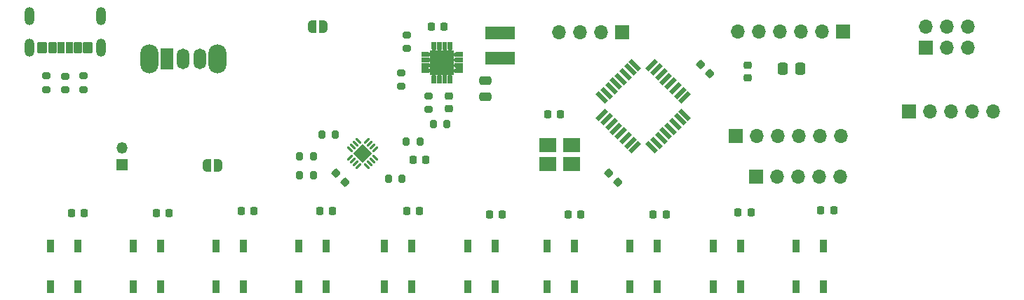
<source format=gbr>
%TF.GenerationSoftware,KiCad,Pcbnew,7.0.10*%
%TF.CreationDate,2024-11-03T00:15:00-07:00*%
%TF.ProjectId,winston-pomodoro-timer,77696e73-746f-46e2-9d70-6f6d6f646f72,rev?*%
%TF.SameCoordinates,Original*%
%TF.FileFunction,Soldermask,Top*%
%TF.FilePolarity,Negative*%
%FSLAX46Y46*%
G04 Gerber Fmt 4.6, Leading zero omitted, Abs format (unit mm)*
G04 Created by KiCad (PCBNEW 7.0.10) date 2024-11-03 00:15:00*
%MOMM*%
%LPD*%
G01*
G04 APERTURE LIST*
G04 Aperture macros list*
%AMRoundRect*
0 Rectangle with rounded corners*
0 $1 Rounding radius*
0 $2 $3 $4 $5 $6 $7 $8 $9 X,Y pos of 4 corners*
0 Add a 4 corners polygon primitive as box body*
4,1,4,$2,$3,$4,$5,$6,$7,$8,$9,$2,$3,0*
0 Add four circle primitives for the rounded corners*
1,1,$1+$1,$2,$3*
1,1,$1+$1,$4,$5*
1,1,$1+$1,$6,$7*
1,1,$1+$1,$8,$9*
0 Add four rect primitives between the rounded corners*
20,1,$1+$1,$2,$3,$4,$5,0*
20,1,$1+$1,$4,$5,$6,$7,0*
20,1,$1+$1,$6,$7,$8,$9,0*
20,1,$1+$1,$8,$9,$2,$3,0*%
%AMRotRect*
0 Rectangle, with rotation*
0 The origin of the aperture is its center*
0 $1 length*
0 $2 width*
0 $3 Rotation angle, in degrees counterclockwise*
0 Add horizontal line*
21,1,$1,$2,0,0,$3*%
%AMFreePoly0*
4,1,19,0.000000,0.744911,0.071157,0.744911,0.207708,0.704816,0.327430,0.627875,0.420627,0.520320,0.479746,0.390866,0.500000,0.250000,0.500000,-0.250000,0.479746,-0.390866,0.420627,-0.520320,0.327430,-0.627875,0.207708,-0.704816,0.071157,-0.744911,0.000000,-0.744911,0.000000,-0.750000,-0.500000,-0.750000,-0.500000,0.750000,0.000000,0.750000,0.000000,0.744911,0.000000,0.744911,
$1*%
%AMFreePoly1*
4,1,19,0.500000,-0.750000,0.000000,-0.750000,0.000000,-0.744911,-0.071157,-0.744911,-0.207708,-0.704816,-0.327430,-0.627875,-0.420627,-0.520320,-0.479746,-0.390866,-0.500000,-0.250000,-0.500000,0.250000,-0.479746,0.390866,-0.420627,0.520320,-0.327430,0.627875,-0.207708,0.704816,-0.071157,0.744911,0.000000,0.744911,0.000000,0.750000,0.500000,0.750000,0.500000,-0.750000,0.500000,-0.750000,
$1*%
G04 Aperture macros list end*
%ADD10C,0.010000*%
%ADD11RoundRect,0.225000X0.225000X0.250000X-0.225000X0.250000X-0.225000X-0.250000X0.225000X-0.250000X0*%
%ADD12RoundRect,0.200000X0.200000X0.275000X-0.200000X0.275000X-0.200000X-0.275000X0.200000X-0.275000X0*%
%ADD13R,1.700000X1.700000*%
%ADD14O,1.700000X1.700000*%
%ADD15RotRect,1.600000X0.550000X45.000000*%
%ADD16RotRect,1.600000X0.550000X135.000000*%
%ADD17R,0.900000X1.500000*%
%ADD18RoundRect,0.200000X-0.275000X0.200000X-0.275000X-0.200000X0.275000X-0.200000X0.275000X0.200000X0*%
%ADD19R,3.600000X1.500000*%
%ADD20FreePoly0,0.000000*%
%ADD21FreePoly1,0.000000*%
%ADD22O,2.200000X3.500000*%
%ADD23R,1.500000X2.500000*%
%ADD24O,1.500000X2.500000*%
%ADD25RoundRect,0.200000X-0.200000X-0.275000X0.200000X-0.275000X0.200000X0.275000X-0.200000X0.275000X0*%
%ADD26RoundRect,0.225000X-0.335876X-0.017678X-0.017678X-0.335876X0.335876X0.017678X0.017678X0.335876X0*%
%ADD27R,1.350000X1.350000*%
%ADD28O,1.350000X1.350000*%
%ADD29RoundRect,0.225000X-0.225000X-0.250000X0.225000X-0.250000X0.225000X0.250000X-0.225000X0.250000X0*%
%ADD30R,2.100000X1.800000*%
%ADD31RoundRect,0.200000X0.275000X-0.200000X0.275000X0.200000X-0.275000X0.200000X-0.275000X-0.200000X0*%
%ADD32RoundRect,0.250000X-0.475000X0.250000X-0.475000X-0.250000X0.475000X-0.250000X0.475000X0.250000X0*%
%ADD33RoundRect,0.225000X0.335876X0.017678X0.017678X0.335876X-0.335876X-0.017678X-0.017678X-0.335876X0*%
%ADD34RoundRect,0.250000X-0.337500X-0.475000X0.337500X-0.475000X0.337500X0.475000X-0.337500X0.475000X0*%
%ADD35RoundRect,0.225000X0.250000X-0.225000X0.250000X0.225000X-0.250000X0.225000X-0.250000X-0.225000X0*%
%ADD36RoundRect,0.225000X-0.250000X0.225000X-0.250000X-0.225000X0.250000X-0.225000X0.250000X0.225000X0*%
%ADD37RoundRect,0.062500X0.309359X-0.220971X-0.220971X0.309359X-0.309359X0.220971X0.220971X-0.309359X0*%
%ADD38RoundRect,0.062500X0.309359X0.220971X0.220971X0.309359X-0.309359X-0.220971X-0.220971X-0.309359X0*%
%ADD39RotRect,1.600000X1.600000X135.000000*%
%ADD40RoundRect,0.102000X0.350000X0.575000X-0.350000X0.575000X-0.350000X-0.575000X0.350000X-0.575000X0*%
%ADD41RoundRect,0.102000X0.400000X0.575000X-0.400000X0.575000X-0.400000X-0.575000X0.400000X-0.575000X0*%
%ADD42RoundRect,0.102000X0.450000X0.575000X-0.450000X0.575000X-0.450000X-0.575000X0.450000X-0.575000X0*%
%ADD43O,1.204000X2.204000*%
G04 APERTURE END LIST*
%TO.C,U3*%
D10*
X170870000Y-70519998D02*
X168030000Y-70519998D01*
X168030000Y-67679998D01*
X170870000Y-67679998D01*
X170870000Y-70519998D01*
G36*
X170870000Y-70519998D02*
G01*
X168030000Y-70519998D01*
X168030000Y-67679998D01*
X170870000Y-67679998D01*
X170870000Y-70519998D01*
G37*
X171920000Y-70319998D02*
X171175000Y-70319998D01*
X171162000Y-70319998D01*
X171149000Y-70318998D01*
X171137000Y-70316998D01*
X171124000Y-70314998D01*
X171112000Y-70311998D01*
X171099000Y-70307998D01*
X171087000Y-70303998D01*
X171075000Y-70298998D01*
X171064000Y-70292998D01*
X171053000Y-70286998D01*
X171042000Y-70279998D01*
X171031000Y-70272998D01*
X171021000Y-70264998D01*
X171011000Y-70256998D01*
X171002000Y-70247998D01*
X170993000Y-70238998D01*
X170985000Y-70228998D01*
X170977000Y-70218998D01*
X170970000Y-70207998D01*
X170963000Y-70196998D01*
X170957000Y-70185998D01*
X170951000Y-70174998D01*
X170946000Y-70162998D01*
X170942000Y-70150998D01*
X170938000Y-70137998D01*
X170935000Y-70125998D01*
X170933000Y-70112998D01*
X170931000Y-70100998D01*
X170930000Y-70087998D01*
X170930000Y-70074998D01*
X170930000Y-70061998D01*
X170931000Y-70048998D01*
X170933000Y-70036998D01*
X170935000Y-70023998D01*
X170938000Y-70011998D01*
X170942000Y-69998998D01*
X170946000Y-69986998D01*
X170951000Y-69974998D01*
X170957000Y-69963998D01*
X170963000Y-69952998D01*
X170970000Y-69941998D01*
X170977000Y-69930998D01*
X170985000Y-69920998D01*
X170993000Y-69910998D01*
X171002000Y-69901998D01*
X171011000Y-69892998D01*
X171021000Y-69884998D01*
X171031000Y-69876998D01*
X171042000Y-69869998D01*
X171053000Y-69862998D01*
X171064000Y-69856998D01*
X171075000Y-69850998D01*
X171087000Y-69845998D01*
X171099000Y-69841998D01*
X171112000Y-69837998D01*
X171124000Y-69834998D01*
X171137000Y-69832998D01*
X171149000Y-69830998D01*
X171162000Y-69829998D01*
X171175000Y-69829998D01*
X171920000Y-69829998D01*
X171920000Y-70319998D01*
G36*
X171920000Y-70319998D02*
G01*
X171175000Y-70319998D01*
X171162000Y-70319998D01*
X171149000Y-70318998D01*
X171137000Y-70316998D01*
X171124000Y-70314998D01*
X171112000Y-70311998D01*
X171099000Y-70307998D01*
X171087000Y-70303998D01*
X171075000Y-70298998D01*
X171064000Y-70292998D01*
X171053000Y-70286998D01*
X171042000Y-70279998D01*
X171031000Y-70272998D01*
X171021000Y-70264998D01*
X171011000Y-70256998D01*
X171002000Y-70247998D01*
X170993000Y-70238998D01*
X170985000Y-70228998D01*
X170977000Y-70218998D01*
X170970000Y-70207998D01*
X170963000Y-70196998D01*
X170957000Y-70185998D01*
X170951000Y-70174998D01*
X170946000Y-70162998D01*
X170942000Y-70150998D01*
X170938000Y-70137998D01*
X170935000Y-70125998D01*
X170933000Y-70112998D01*
X170931000Y-70100998D01*
X170930000Y-70087998D01*
X170930000Y-70074998D01*
X170930000Y-70061998D01*
X170931000Y-70048998D01*
X170933000Y-70036998D01*
X170935000Y-70023998D01*
X170938000Y-70011998D01*
X170942000Y-69998998D01*
X170946000Y-69986998D01*
X170951000Y-69974998D01*
X170957000Y-69963998D01*
X170963000Y-69952998D01*
X170970000Y-69941998D01*
X170977000Y-69930998D01*
X170985000Y-69920998D01*
X170993000Y-69910998D01*
X171002000Y-69901998D01*
X171011000Y-69892998D01*
X171021000Y-69884998D01*
X171031000Y-69876998D01*
X171042000Y-69869998D01*
X171053000Y-69862998D01*
X171064000Y-69856998D01*
X171075000Y-69850998D01*
X171087000Y-69845998D01*
X171099000Y-69841998D01*
X171112000Y-69837998D01*
X171124000Y-69834998D01*
X171137000Y-69832998D01*
X171149000Y-69830998D01*
X171162000Y-69829998D01*
X171175000Y-69829998D01*
X171920000Y-69829998D01*
X171920000Y-70319998D01*
G37*
X171920000Y-69669998D02*
X171175000Y-69669998D01*
X171162000Y-69669998D01*
X171149000Y-69668998D01*
X171137000Y-69666998D01*
X171124000Y-69664998D01*
X171112000Y-69661998D01*
X171099000Y-69657998D01*
X171087000Y-69653998D01*
X171075000Y-69648998D01*
X171064000Y-69642998D01*
X171053000Y-69636998D01*
X171042000Y-69629998D01*
X171031000Y-69622998D01*
X171021000Y-69614998D01*
X171011000Y-69606998D01*
X171002000Y-69597998D01*
X170993000Y-69588998D01*
X170985000Y-69578998D01*
X170977000Y-69568998D01*
X170970000Y-69557998D01*
X170963000Y-69546998D01*
X170957000Y-69535998D01*
X170951000Y-69524998D01*
X170946000Y-69512998D01*
X170942000Y-69500998D01*
X170938000Y-69487998D01*
X170935000Y-69475998D01*
X170933000Y-69462998D01*
X170931000Y-69450998D01*
X170930000Y-69437998D01*
X170930000Y-69424998D01*
X170930000Y-69411998D01*
X170931000Y-69398998D01*
X170933000Y-69386998D01*
X170935000Y-69373998D01*
X170938000Y-69361998D01*
X170942000Y-69348998D01*
X170946000Y-69336998D01*
X170951000Y-69324998D01*
X170957000Y-69313998D01*
X170963000Y-69302998D01*
X170970000Y-69291998D01*
X170977000Y-69280998D01*
X170985000Y-69270998D01*
X170993000Y-69260998D01*
X171002000Y-69251998D01*
X171011000Y-69242998D01*
X171021000Y-69234998D01*
X171031000Y-69226998D01*
X171042000Y-69219998D01*
X171053000Y-69212998D01*
X171064000Y-69206998D01*
X171075000Y-69200998D01*
X171087000Y-69195998D01*
X171099000Y-69191998D01*
X171112000Y-69187998D01*
X171124000Y-69184998D01*
X171137000Y-69182998D01*
X171149000Y-69180998D01*
X171162000Y-69179998D01*
X171175000Y-69179998D01*
X171920000Y-69179998D01*
X171920000Y-69669998D01*
G36*
X171920000Y-69669998D02*
G01*
X171175000Y-69669998D01*
X171162000Y-69669998D01*
X171149000Y-69668998D01*
X171137000Y-69666998D01*
X171124000Y-69664998D01*
X171112000Y-69661998D01*
X171099000Y-69657998D01*
X171087000Y-69653998D01*
X171075000Y-69648998D01*
X171064000Y-69642998D01*
X171053000Y-69636998D01*
X171042000Y-69629998D01*
X171031000Y-69622998D01*
X171021000Y-69614998D01*
X171011000Y-69606998D01*
X171002000Y-69597998D01*
X170993000Y-69588998D01*
X170985000Y-69578998D01*
X170977000Y-69568998D01*
X170970000Y-69557998D01*
X170963000Y-69546998D01*
X170957000Y-69535998D01*
X170951000Y-69524998D01*
X170946000Y-69512998D01*
X170942000Y-69500998D01*
X170938000Y-69487998D01*
X170935000Y-69475998D01*
X170933000Y-69462998D01*
X170931000Y-69450998D01*
X170930000Y-69437998D01*
X170930000Y-69424998D01*
X170930000Y-69411998D01*
X170931000Y-69398998D01*
X170933000Y-69386998D01*
X170935000Y-69373998D01*
X170938000Y-69361998D01*
X170942000Y-69348998D01*
X170946000Y-69336998D01*
X170951000Y-69324998D01*
X170957000Y-69313998D01*
X170963000Y-69302998D01*
X170970000Y-69291998D01*
X170977000Y-69280998D01*
X170985000Y-69270998D01*
X170993000Y-69260998D01*
X171002000Y-69251998D01*
X171011000Y-69242998D01*
X171021000Y-69234998D01*
X171031000Y-69226998D01*
X171042000Y-69219998D01*
X171053000Y-69212998D01*
X171064000Y-69206998D01*
X171075000Y-69200998D01*
X171087000Y-69195998D01*
X171099000Y-69191998D01*
X171112000Y-69187998D01*
X171124000Y-69184998D01*
X171137000Y-69182998D01*
X171149000Y-69180998D01*
X171162000Y-69179998D01*
X171175000Y-69179998D01*
X171920000Y-69179998D01*
X171920000Y-69669998D01*
G37*
X171920000Y-69019998D02*
X171175000Y-69019998D01*
X171162000Y-69019998D01*
X171149000Y-69018998D01*
X171137000Y-69016998D01*
X171124000Y-69014998D01*
X171112000Y-69011998D01*
X171099000Y-69007998D01*
X171087000Y-69003998D01*
X171075000Y-68998998D01*
X171064000Y-68992998D01*
X171053000Y-68986998D01*
X171042000Y-68979998D01*
X171031000Y-68972998D01*
X171021000Y-68964998D01*
X171011000Y-68956998D01*
X171002000Y-68947998D01*
X170993000Y-68938998D01*
X170985000Y-68928998D01*
X170977000Y-68918998D01*
X170970000Y-68907998D01*
X170963000Y-68896998D01*
X170957000Y-68885998D01*
X170951000Y-68874998D01*
X170946000Y-68862998D01*
X170942000Y-68850998D01*
X170938000Y-68837998D01*
X170935000Y-68825998D01*
X170933000Y-68812998D01*
X170931000Y-68800998D01*
X170930000Y-68787998D01*
X170930000Y-68774998D01*
X170930000Y-68761998D01*
X170931000Y-68748998D01*
X170933000Y-68736998D01*
X170935000Y-68723998D01*
X170938000Y-68711998D01*
X170942000Y-68698998D01*
X170946000Y-68686998D01*
X170951000Y-68674998D01*
X170957000Y-68663998D01*
X170963000Y-68652998D01*
X170970000Y-68641998D01*
X170977000Y-68630998D01*
X170985000Y-68620998D01*
X170993000Y-68610998D01*
X171002000Y-68601998D01*
X171011000Y-68592998D01*
X171021000Y-68584998D01*
X171031000Y-68576998D01*
X171042000Y-68569998D01*
X171053000Y-68562998D01*
X171064000Y-68556998D01*
X171075000Y-68550998D01*
X171087000Y-68545998D01*
X171099000Y-68541998D01*
X171112000Y-68537998D01*
X171124000Y-68534998D01*
X171137000Y-68532998D01*
X171149000Y-68530998D01*
X171162000Y-68529998D01*
X171175000Y-68529998D01*
X171920000Y-68529998D01*
X171920000Y-69019998D01*
G36*
X171920000Y-69019998D02*
G01*
X171175000Y-69019998D01*
X171162000Y-69019998D01*
X171149000Y-69018998D01*
X171137000Y-69016998D01*
X171124000Y-69014998D01*
X171112000Y-69011998D01*
X171099000Y-69007998D01*
X171087000Y-69003998D01*
X171075000Y-68998998D01*
X171064000Y-68992998D01*
X171053000Y-68986998D01*
X171042000Y-68979998D01*
X171031000Y-68972998D01*
X171021000Y-68964998D01*
X171011000Y-68956998D01*
X171002000Y-68947998D01*
X170993000Y-68938998D01*
X170985000Y-68928998D01*
X170977000Y-68918998D01*
X170970000Y-68907998D01*
X170963000Y-68896998D01*
X170957000Y-68885998D01*
X170951000Y-68874998D01*
X170946000Y-68862998D01*
X170942000Y-68850998D01*
X170938000Y-68837998D01*
X170935000Y-68825998D01*
X170933000Y-68812998D01*
X170931000Y-68800998D01*
X170930000Y-68787998D01*
X170930000Y-68774998D01*
X170930000Y-68761998D01*
X170931000Y-68748998D01*
X170933000Y-68736998D01*
X170935000Y-68723998D01*
X170938000Y-68711998D01*
X170942000Y-68698998D01*
X170946000Y-68686998D01*
X170951000Y-68674998D01*
X170957000Y-68663998D01*
X170963000Y-68652998D01*
X170970000Y-68641998D01*
X170977000Y-68630998D01*
X170985000Y-68620998D01*
X170993000Y-68610998D01*
X171002000Y-68601998D01*
X171011000Y-68592998D01*
X171021000Y-68584998D01*
X171031000Y-68576998D01*
X171042000Y-68569998D01*
X171053000Y-68562998D01*
X171064000Y-68556998D01*
X171075000Y-68550998D01*
X171087000Y-68545998D01*
X171099000Y-68541998D01*
X171112000Y-68537998D01*
X171124000Y-68534998D01*
X171137000Y-68532998D01*
X171149000Y-68530998D01*
X171162000Y-68529998D01*
X171175000Y-68529998D01*
X171920000Y-68529998D01*
X171920000Y-69019998D01*
G37*
X171920000Y-68369998D02*
X171175000Y-68369998D01*
X171162000Y-68369998D01*
X171149000Y-68368998D01*
X171137000Y-68366998D01*
X171124000Y-68364998D01*
X171112000Y-68361998D01*
X171099000Y-68357998D01*
X171087000Y-68353998D01*
X171075000Y-68348998D01*
X171064000Y-68342998D01*
X171053000Y-68336998D01*
X171042000Y-68329998D01*
X171031000Y-68322998D01*
X171021000Y-68314998D01*
X171011000Y-68306998D01*
X171002000Y-68297998D01*
X170993000Y-68288998D01*
X170985000Y-68278998D01*
X170977000Y-68268998D01*
X170970000Y-68257998D01*
X170963000Y-68246998D01*
X170957000Y-68235998D01*
X170951000Y-68224998D01*
X170946000Y-68212998D01*
X170942000Y-68200998D01*
X170938000Y-68187998D01*
X170935000Y-68175998D01*
X170933000Y-68162998D01*
X170931000Y-68150998D01*
X170930000Y-68137998D01*
X170930000Y-68124998D01*
X170930000Y-68111998D01*
X170931000Y-68098998D01*
X170933000Y-68086998D01*
X170935000Y-68073998D01*
X170938000Y-68061998D01*
X170942000Y-68048998D01*
X170946000Y-68036998D01*
X170951000Y-68024998D01*
X170957000Y-68013998D01*
X170963000Y-68002998D01*
X170970000Y-67991998D01*
X170977000Y-67980998D01*
X170985000Y-67970998D01*
X170993000Y-67960998D01*
X171002000Y-67951998D01*
X171011000Y-67942998D01*
X171021000Y-67934998D01*
X171031000Y-67926998D01*
X171042000Y-67919998D01*
X171053000Y-67912998D01*
X171064000Y-67906998D01*
X171075000Y-67900998D01*
X171087000Y-67895998D01*
X171099000Y-67891998D01*
X171112000Y-67887998D01*
X171124000Y-67884998D01*
X171137000Y-67882998D01*
X171149000Y-67880998D01*
X171162000Y-67879998D01*
X171175000Y-67879998D01*
X171920000Y-67879998D01*
X171920000Y-68369998D01*
G36*
X171920000Y-68369998D02*
G01*
X171175000Y-68369998D01*
X171162000Y-68369998D01*
X171149000Y-68368998D01*
X171137000Y-68366998D01*
X171124000Y-68364998D01*
X171112000Y-68361998D01*
X171099000Y-68357998D01*
X171087000Y-68353998D01*
X171075000Y-68348998D01*
X171064000Y-68342998D01*
X171053000Y-68336998D01*
X171042000Y-68329998D01*
X171031000Y-68322998D01*
X171021000Y-68314998D01*
X171011000Y-68306998D01*
X171002000Y-68297998D01*
X170993000Y-68288998D01*
X170985000Y-68278998D01*
X170977000Y-68268998D01*
X170970000Y-68257998D01*
X170963000Y-68246998D01*
X170957000Y-68235998D01*
X170951000Y-68224998D01*
X170946000Y-68212998D01*
X170942000Y-68200998D01*
X170938000Y-68187998D01*
X170935000Y-68175998D01*
X170933000Y-68162998D01*
X170931000Y-68150998D01*
X170930000Y-68137998D01*
X170930000Y-68124998D01*
X170930000Y-68111998D01*
X170931000Y-68098998D01*
X170933000Y-68086998D01*
X170935000Y-68073998D01*
X170938000Y-68061998D01*
X170942000Y-68048998D01*
X170946000Y-68036998D01*
X170951000Y-68024998D01*
X170957000Y-68013998D01*
X170963000Y-68002998D01*
X170970000Y-67991998D01*
X170977000Y-67980998D01*
X170985000Y-67970998D01*
X170993000Y-67960998D01*
X171002000Y-67951998D01*
X171011000Y-67942998D01*
X171021000Y-67934998D01*
X171031000Y-67926998D01*
X171042000Y-67919998D01*
X171053000Y-67912998D01*
X171064000Y-67906998D01*
X171075000Y-67900998D01*
X171087000Y-67895998D01*
X171099000Y-67891998D01*
X171112000Y-67887998D01*
X171124000Y-67884998D01*
X171137000Y-67882998D01*
X171149000Y-67880998D01*
X171162000Y-67879998D01*
X171175000Y-67879998D01*
X171920000Y-67879998D01*
X171920000Y-68369998D01*
G37*
X170670000Y-67374998D02*
X170670000Y-67387998D01*
X170669000Y-67400998D01*
X170667000Y-67412998D01*
X170665000Y-67425998D01*
X170662000Y-67437998D01*
X170658000Y-67450998D01*
X170654000Y-67462998D01*
X170649000Y-67474998D01*
X170643000Y-67485998D01*
X170637000Y-67496998D01*
X170630000Y-67507998D01*
X170623000Y-67518998D01*
X170615000Y-67528998D01*
X170607000Y-67538998D01*
X170598000Y-67547998D01*
X170589000Y-67556998D01*
X170579000Y-67564998D01*
X170569000Y-67572998D01*
X170558000Y-67579998D01*
X170547000Y-67586998D01*
X170536000Y-67592998D01*
X170525000Y-67598998D01*
X170513000Y-67603998D01*
X170501000Y-67607998D01*
X170488000Y-67611998D01*
X170476000Y-67614998D01*
X170463000Y-67616998D01*
X170451000Y-67618998D01*
X170438000Y-67619998D01*
X170425000Y-67619998D01*
X170412000Y-67619998D01*
X170399000Y-67618998D01*
X170387000Y-67616998D01*
X170374000Y-67614998D01*
X170362000Y-67611998D01*
X170349000Y-67607998D01*
X170337000Y-67603998D01*
X170325000Y-67598998D01*
X170314000Y-67592998D01*
X170303000Y-67586998D01*
X170292000Y-67579998D01*
X170281000Y-67572998D01*
X170271000Y-67564998D01*
X170261000Y-67556998D01*
X170252000Y-67547998D01*
X170243000Y-67538998D01*
X170235000Y-67528998D01*
X170227000Y-67518998D01*
X170220000Y-67507998D01*
X170213000Y-67496998D01*
X170207000Y-67485998D01*
X170201000Y-67474998D01*
X170196000Y-67462998D01*
X170192000Y-67450998D01*
X170188000Y-67437998D01*
X170185000Y-67425998D01*
X170183000Y-67412998D01*
X170181000Y-67400998D01*
X170180000Y-67387998D01*
X170180000Y-67374998D01*
X170180000Y-66629998D01*
X170670000Y-66629998D01*
X170670000Y-67374998D01*
G36*
X170670000Y-67374998D02*
G01*
X170670000Y-67387998D01*
X170669000Y-67400998D01*
X170667000Y-67412998D01*
X170665000Y-67425998D01*
X170662000Y-67437998D01*
X170658000Y-67450998D01*
X170654000Y-67462998D01*
X170649000Y-67474998D01*
X170643000Y-67485998D01*
X170637000Y-67496998D01*
X170630000Y-67507998D01*
X170623000Y-67518998D01*
X170615000Y-67528998D01*
X170607000Y-67538998D01*
X170598000Y-67547998D01*
X170589000Y-67556998D01*
X170579000Y-67564998D01*
X170569000Y-67572998D01*
X170558000Y-67579998D01*
X170547000Y-67586998D01*
X170536000Y-67592998D01*
X170525000Y-67598998D01*
X170513000Y-67603998D01*
X170501000Y-67607998D01*
X170488000Y-67611998D01*
X170476000Y-67614998D01*
X170463000Y-67616998D01*
X170451000Y-67618998D01*
X170438000Y-67619998D01*
X170425000Y-67619998D01*
X170412000Y-67619998D01*
X170399000Y-67618998D01*
X170387000Y-67616998D01*
X170374000Y-67614998D01*
X170362000Y-67611998D01*
X170349000Y-67607998D01*
X170337000Y-67603998D01*
X170325000Y-67598998D01*
X170314000Y-67592998D01*
X170303000Y-67586998D01*
X170292000Y-67579998D01*
X170281000Y-67572998D01*
X170271000Y-67564998D01*
X170261000Y-67556998D01*
X170252000Y-67547998D01*
X170243000Y-67538998D01*
X170235000Y-67528998D01*
X170227000Y-67518998D01*
X170220000Y-67507998D01*
X170213000Y-67496998D01*
X170207000Y-67485998D01*
X170201000Y-67474998D01*
X170196000Y-67462998D01*
X170192000Y-67450998D01*
X170188000Y-67437998D01*
X170185000Y-67425998D01*
X170183000Y-67412998D01*
X170181000Y-67400998D01*
X170180000Y-67387998D01*
X170180000Y-67374998D01*
X170180000Y-66629998D01*
X170670000Y-66629998D01*
X170670000Y-67374998D01*
G37*
X170439000Y-70580998D02*
X170453000Y-70582998D01*
X170466000Y-70584998D01*
X170479000Y-70587998D01*
X170492000Y-70591998D01*
X170505000Y-70596998D01*
X170517000Y-70601998D01*
X170530000Y-70607998D01*
X170541000Y-70613998D01*
X170553000Y-70620998D01*
X170564000Y-70628998D01*
X170575000Y-70636998D01*
X170585000Y-70645998D01*
X170595000Y-70654998D01*
X170604000Y-70664998D01*
X170613000Y-70674998D01*
X170621000Y-70685998D01*
X170629000Y-70696998D01*
X170636000Y-70708998D01*
X170642000Y-70719998D01*
X170648000Y-70732998D01*
X170653000Y-70744998D01*
X170658000Y-70757998D01*
X170662000Y-70770998D01*
X170665000Y-70783998D01*
X170667000Y-70796998D01*
X170669000Y-70810998D01*
X170670000Y-70824998D01*
X170670000Y-71569998D01*
X170180000Y-71569998D01*
X170180000Y-70824998D01*
X170180000Y-70812998D01*
X170180000Y-70799998D01*
X170181000Y-70787998D01*
X170183000Y-70775998D01*
X170185000Y-70763998D01*
X170188000Y-70751998D01*
X170191000Y-70740998D01*
X170195000Y-70728998D01*
X170200000Y-70717998D01*
X170205000Y-70706998D01*
X170211000Y-70695998D01*
X170217000Y-70685998D01*
X170224000Y-70675998D01*
X170232000Y-70665998D01*
X170239000Y-70656998D01*
X170248000Y-70647998D01*
X170257000Y-70638998D01*
X170266000Y-70631998D01*
X170276000Y-70623998D01*
X170286000Y-70616998D01*
X170296000Y-70610998D01*
X170307000Y-70604998D01*
X170318000Y-70599998D01*
X170329000Y-70594998D01*
X170341000Y-70590998D01*
X170352000Y-70587998D01*
X170364000Y-70584998D01*
X170376000Y-70582998D01*
X170388000Y-70580998D01*
X170400000Y-70579998D01*
X170412000Y-70579998D01*
X170426000Y-70579998D01*
X170439000Y-70580998D01*
G36*
X170439000Y-70580998D02*
G01*
X170453000Y-70582998D01*
X170466000Y-70584998D01*
X170479000Y-70587998D01*
X170492000Y-70591998D01*
X170505000Y-70596998D01*
X170517000Y-70601998D01*
X170530000Y-70607998D01*
X170541000Y-70613998D01*
X170553000Y-70620998D01*
X170564000Y-70628998D01*
X170575000Y-70636998D01*
X170585000Y-70645998D01*
X170595000Y-70654998D01*
X170604000Y-70664998D01*
X170613000Y-70674998D01*
X170621000Y-70685998D01*
X170629000Y-70696998D01*
X170636000Y-70708998D01*
X170642000Y-70719998D01*
X170648000Y-70732998D01*
X170653000Y-70744998D01*
X170658000Y-70757998D01*
X170662000Y-70770998D01*
X170665000Y-70783998D01*
X170667000Y-70796998D01*
X170669000Y-70810998D01*
X170670000Y-70824998D01*
X170670000Y-71569998D01*
X170180000Y-71569998D01*
X170180000Y-70824998D01*
X170180000Y-70812998D01*
X170180000Y-70799998D01*
X170181000Y-70787998D01*
X170183000Y-70775998D01*
X170185000Y-70763998D01*
X170188000Y-70751998D01*
X170191000Y-70740998D01*
X170195000Y-70728998D01*
X170200000Y-70717998D01*
X170205000Y-70706998D01*
X170211000Y-70695998D01*
X170217000Y-70685998D01*
X170224000Y-70675998D01*
X170232000Y-70665998D01*
X170239000Y-70656998D01*
X170248000Y-70647998D01*
X170257000Y-70638998D01*
X170266000Y-70631998D01*
X170276000Y-70623998D01*
X170286000Y-70616998D01*
X170296000Y-70610998D01*
X170307000Y-70604998D01*
X170318000Y-70599998D01*
X170329000Y-70594998D01*
X170341000Y-70590998D01*
X170352000Y-70587998D01*
X170364000Y-70584998D01*
X170376000Y-70582998D01*
X170388000Y-70580998D01*
X170400000Y-70579998D01*
X170412000Y-70579998D01*
X170426000Y-70579998D01*
X170439000Y-70580998D01*
G37*
X170020000Y-67374998D02*
X170020000Y-67387998D01*
X170019000Y-67400998D01*
X170017000Y-67412998D01*
X170015000Y-67425998D01*
X170012000Y-67437998D01*
X170008000Y-67450998D01*
X170004000Y-67462998D01*
X169999000Y-67474998D01*
X169993000Y-67485998D01*
X169987000Y-67496998D01*
X169980000Y-67507998D01*
X169973000Y-67518998D01*
X169965000Y-67528998D01*
X169957000Y-67538998D01*
X169948000Y-67547998D01*
X169939000Y-67556998D01*
X169929000Y-67564998D01*
X169919000Y-67572998D01*
X169908000Y-67579998D01*
X169897000Y-67586998D01*
X169886000Y-67592998D01*
X169875000Y-67598998D01*
X169863000Y-67603998D01*
X169851000Y-67607998D01*
X169838000Y-67611998D01*
X169826000Y-67614998D01*
X169813000Y-67616998D01*
X169801000Y-67618998D01*
X169788000Y-67619998D01*
X169775000Y-67619998D01*
X169762000Y-67619998D01*
X169749000Y-67618998D01*
X169737000Y-67616998D01*
X169724000Y-67614998D01*
X169712000Y-67611998D01*
X169699000Y-67607998D01*
X169687000Y-67603998D01*
X169675000Y-67598998D01*
X169664000Y-67592998D01*
X169653000Y-67586998D01*
X169642000Y-67579998D01*
X169631000Y-67572998D01*
X169621000Y-67564998D01*
X169611000Y-67556998D01*
X169602000Y-67547998D01*
X169593000Y-67538998D01*
X169585000Y-67528998D01*
X169577000Y-67518998D01*
X169570000Y-67507998D01*
X169563000Y-67496998D01*
X169557000Y-67485998D01*
X169551000Y-67474998D01*
X169546000Y-67462998D01*
X169542000Y-67450998D01*
X169538000Y-67437998D01*
X169535000Y-67425998D01*
X169533000Y-67412998D01*
X169531000Y-67400998D01*
X169530000Y-67387998D01*
X169530000Y-67374998D01*
X169530000Y-66629998D01*
X170020000Y-66629998D01*
X170020000Y-67374998D01*
G36*
X170020000Y-67374998D02*
G01*
X170020000Y-67387998D01*
X170019000Y-67400998D01*
X170017000Y-67412998D01*
X170015000Y-67425998D01*
X170012000Y-67437998D01*
X170008000Y-67450998D01*
X170004000Y-67462998D01*
X169999000Y-67474998D01*
X169993000Y-67485998D01*
X169987000Y-67496998D01*
X169980000Y-67507998D01*
X169973000Y-67518998D01*
X169965000Y-67528998D01*
X169957000Y-67538998D01*
X169948000Y-67547998D01*
X169939000Y-67556998D01*
X169929000Y-67564998D01*
X169919000Y-67572998D01*
X169908000Y-67579998D01*
X169897000Y-67586998D01*
X169886000Y-67592998D01*
X169875000Y-67598998D01*
X169863000Y-67603998D01*
X169851000Y-67607998D01*
X169838000Y-67611998D01*
X169826000Y-67614998D01*
X169813000Y-67616998D01*
X169801000Y-67618998D01*
X169788000Y-67619998D01*
X169775000Y-67619998D01*
X169762000Y-67619998D01*
X169749000Y-67618998D01*
X169737000Y-67616998D01*
X169724000Y-67614998D01*
X169712000Y-67611998D01*
X169699000Y-67607998D01*
X169687000Y-67603998D01*
X169675000Y-67598998D01*
X169664000Y-67592998D01*
X169653000Y-67586998D01*
X169642000Y-67579998D01*
X169631000Y-67572998D01*
X169621000Y-67564998D01*
X169611000Y-67556998D01*
X169602000Y-67547998D01*
X169593000Y-67538998D01*
X169585000Y-67528998D01*
X169577000Y-67518998D01*
X169570000Y-67507998D01*
X169563000Y-67496998D01*
X169557000Y-67485998D01*
X169551000Y-67474998D01*
X169546000Y-67462998D01*
X169542000Y-67450998D01*
X169538000Y-67437998D01*
X169535000Y-67425998D01*
X169533000Y-67412998D01*
X169531000Y-67400998D01*
X169530000Y-67387998D01*
X169530000Y-67374998D01*
X169530000Y-66629998D01*
X170020000Y-66629998D01*
X170020000Y-67374998D01*
G37*
X169789000Y-70580998D02*
X169803000Y-70582998D01*
X169816000Y-70584998D01*
X169829000Y-70587998D01*
X169842000Y-70591998D01*
X169855000Y-70596998D01*
X169867000Y-70601998D01*
X169880000Y-70607998D01*
X169891000Y-70613998D01*
X169903000Y-70620998D01*
X169914000Y-70628998D01*
X169925000Y-70636998D01*
X169935000Y-70645998D01*
X169945000Y-70654998D01*
X169954000Y-70664998D01*
X169963000Y-70674998D01*
X169971000Y-70685998D01*
X169979000Y-70696998D01*
X169986000Y-70708998D01*
X169992000Y-70719998D01*
X169998000Y-70732998D01*
X170003000Y-70744998D01*
X170008000Y-70757998D01*
X170012000Y-70770998D01*
X170015000Y-70783998D01*
X170017000Y-70796998D01*
X170019000Y-70810998D01*
X170020000Y-70824998D01*
X170020000Y-71569998D01*
X169530000Y-71569998D01*
X169530000Y-70824998D01*
X169530000Y-70812998D01*
X169530000Y-70799998D01*
X169531000Y-70787998D01*
X169533000Y-70775998D01*
X169535000Y-70763998D01*
X169538000Y-70751998D01*
X169541000Y-70740998D01*
X169545000Y-70728998D01*
X169550000Y-70717998D01*
X169555000Y-70706998D01*
X169561000Y-70695998D01*
X169567000Y-70685998D01*
X169574000Y-70675998D01*
X169582000Y-70665998D01*
X169589000Y-70656998D01*
X169598000Y-70647998D01*
X169607000Y-70638998D01*
X169616000Y-70631998D01*
X169626000Y-70623998D01*
X169636000Y-70616998D01*
X169646000Y-70610998D01*
X169657000Y-70604998D01*
X169668000Y-70599998D01*
X169679000Y-70594998D01*
X169691000Y-70590998D01*
X169702000Y-70587998D01*
X169714000Y-70584998D01*
X169726000Y-70582998D01*
X169738000Y-70580998D01*
X169750000Y-70579998D01*
X169762000Y-70579998D01*
X169776000Y-70579998D01*
X169789000Y-70580998D01*
G36*
X169789000Y-70580998D02*
G01*
X169803000Y-70582998D01*
X169816000Y-70584998D01*
X169829000Y-70587998D01*
X169842000Y-70591998D01*
X169855000Y-70596998D01*
X169867000Y-70601998D01*
X169880000Y-70607998D01*
X169891000Y-70613998D01*
X169903000Y-70620998D01*
X169914000Y-70628998D01*
X169925000Y-70636998D01*
X169935000Y-70645998D01*
X169945000Y-70654998D01*
X169954000Y-70664998D01*
X169963000Y-70674998D01*
X169971000Y-70685998D01*
X169979000Y-70696998D01*
X169986000Y-70708998D01*
X169992000Y-70719998D01*
X169998000Y-70732998D01*
X170003000Y-70744998D01*
X170008000Y-70757998D01*
X170012000Y-70770998D01*
X170015000Y-70783998D01*
X170017000Y-70796998D01*
X170019000Y-70810998D01*
X170020000Y-70824998D01*
X170020000Y-71569998D01*
X169530000Y-71569998D01*
X169530000Y-70824998D01*
X169530000Y-70812998D01*
X169530000Y-70799998D01*
X169531000Y-70787998D01*
X169533000Y-70775998D01*
X169535000Y-70763998D01*
X169538000Y-70751998D01*
X169541000Y-70740998D01*
X169545000Y-70728998D01*
X169550000Y-70717998D01*
X169555000Y-70706998D01*
X169561000Y-70695998D01*
X169567000Y-70685998D01*
X169574000Y-70675998D01*
X169582000Y-70665998D01*
X169589000Y-70656998D01*
X169598000Y-70647998D01*
X169607000Y-70638998D01*
X169616000Y-70631998D01*
X169626000Y-70623998D01*
X169636000Y-70616998D01*
X169646000Y-70610998D01*
X169657000Y-70604998D01*
X169668000Y-70599998D01*
X169679000Y-70594998D01*
X169691000Y-70590998D01*
X169702000Y-70587998D01*
X169714000Y-70584998D01*
X169726000Y-70582998D01*
X169738000Y-70580998D01*
X169750000Y-70579998D01*
X169762000Y-70579998D01*
X169776000Y-70579998D01*
X169789000Y-70580998D01*
G37*
X169370000Y-67374998D02*
X169370000Y-67387998D01*
X169369000Y-67400998D01*
X169367000Y-67412998D01*
X169365000Y-67425998D01*
X169362000Y-67437998D01*
X169358000Y-67450998D01*
X169354000Y-67462998D01*
X169349000Y-67474998D01*
X169343000Y-67485998D01*
X169337000Y-67496998D01*
X169330000Y-67507998D01*
X169323000Y-67518998D01*
X169315000Y-67528998D01*
X169307000Y-67538998D01*
X169298000Y-67547998D01*
X169289000Y-67556998D01*
X169279000Y-67564998D01*
X169269000Y-67572998D01*
X169258000Y-67579998D01*
X169247000Y-67586998D01*
X169236000Y-67592998D01*
X169225000Y-67598998D01*
X169213000Y-67603998D01*
X169201000Y-67607998D01*
X169188000Y-67611998D01*
X169176000Y-67614998D01*
X169163000Y-67616998D01*
X169151000Y-67618998D01*
X169138000Y-67619998D01*
X169125000Y-67619998D01*
X169112000Y-67619998D01*
X169099000Y-67618998D01*
X169087000Y-67616998D01*
X169074000Y-67614998D01*
X169062000Y-67611998D01*
X169049000Y-67607998D01*
X169037000Y-67603998D01*
X169025000Y-67598998D01*
X169014000Y-67592998D01*
X169002000Y-67586998D01*
X168992000Y-67579998D01*
X168981000Y-67572998D01*
X168971000Y-67564998D01*
X168961000Y-67556998D01*
X168952000Y-67547998D01*
X168943000Y-67538998D01*
X168935000Y-67528998D01*
X168927000Y-67518998D01*
X168920000Y-67507998D01*
X168913000Y-67496998D01*
X168907000Y-67485998D01*
X168901000Y-67474998D01*
X168896000Y-67462998D01*
X168892000Y-67450998D01*
X168888000Y-67437998D01*
X168885000Y-67425998D01*
X168883000Y-67412998D01*
X168881000Y-67400998D01*
X168880000Y-67387998D01*
X168880000Y-67374998D01*
X168880000Y-66629998D01*
X169370000Y-66629998D01*
X169370000Y-67374998D01*
G36*
X169370000Y-67374998D02*
G01*
X169370000Y-67387998D01*
X169369000Y-67400998D01*
X169367000Y-67412998D01*
X169365000Y-67425998D01*
X169362000Y-67437998D01*
X169358000Y-67450998D01*
X169354000Y-67462998D01*
X169349000Y-67474998D01*
X169343000Y-67485998D01*
X169337000Y-67496998D01*
X169330000Y-67507998D01*
X169323000Y-67518998D01*
X169315000Y-67528998D01*
X169307000Y-67538998D01*
X169298000Y-67547998D01*
X169289000Y-67556998D01*
X169279000Y-67564998D01*
X169269000Y-67572998D01*
X169258000Y-67579998D01*
X169247000Y-67586998D01*
X169236000Y-67592998D01*
X169225000Y-67598998D01*
X169213000Y-67603998D01*
X169201000Y-67607998D01*
X169188000Y-67611998D01*
X169176000Y-67614998D01*
X169163000Y-67616998D01*
X169151000Y-67618998D01*
X169138000Y-67619998D01*
X169125000Y-67619998D01*
X169112000Y-67619998D01*
X169099000Y-67618998D01*
X169087000Y-67616998D01*
X169074000Y-67614998D01*
X169062000Y-67611998D01*
X169049000Y-67607998D01*
X169037000Y-67603998D01*
X169025000Y-67598998D01*
X169014000Y-67592998D01*
X169002000Y-67586998D01*
X168992000Y-67579998D01*
X168981000Y-67572998D01*
X168971000Y-67564998D01*
X168961000Y-67556998D01*
X168952000Y-67547998D01*
X168943000Y-67538998D01*
X168935000Y-67528998D01*
X168927000Y-67518998D01*
X168920000Y-67507998D01*
X168913000Y-67496998D01*
X168907000Y-67485998D01*
X168901000Y-67474998D01*
X168896000Y-67462998D01*
X168892000Y-67450998D01*
X168888000Y-67437998D01*
X168885000Y-67425998D01*
X168883000Y-67412998D01*
X168881000Y-67400998D01*
X168880000Y-67387998D01*
X168880000Y-67374998D01*
X168880000Y-66629998D01*
X169370000Y-66629998D01*
X169370000Y-67374998D01*
G37*
X169139000Y-70580998D02*
X169153000Y-70582998D01*
X169166000Y-70584998D01*
X169179000Y-70587998D01*
X169192000Y-70591998D01*
X169205000Y-70596998D01*
X169217000Y-70601998D01*
X169230000Y-70607998D01*
X169241000Y-70613998D01*
X169253000Y-70620998D01*
X169264000Y-70628998D01*
X169275000Y-70636998D01*
X169285000Y-70645998D01*
X169295000Y-70654998D01*
X169304000Y-70664998D01*
X169313000Y-70674998D01*
X169321000Y-70685998D01*
X169329000Y-70696998D01*
X169336000Y-70708998D01*
X169342000Y-70719998D01*
X169348000Y-70732998D01*
X169353000Y-70744998D01*
X169358000Y-70757998D01*
X169362000Y-70770998D01*
X169365000Y-70783998D01*
X169367000Y-70796998D01*
X169369000Y-70810998D01*
X169370000Y-70824998D01*
X169370000Y-71569998D01*
X168880000Y-71569998D01*
X168880000Y-70824998D01*
X168880000Y-70812998D01*
X168880000Y-70799998D01*
X168881000Y-70787998D01*
X168883000Y-70775998D01*
X168885000Y-70763998D01*
X168888000Y-70751998D01*
X168891000Y-70740998D01*
X168895000Y-70728998D01*
X168900000Y-70717998D01*
X168905000Y-70706998D01*
X168911000Y-70695998D01*
X168917000Y-70685998D01*
X168924000Y-70675998D01*
X168932000Y-70665998D01*
X168939000Y-70656998D01*
X168948000Y-70647998D01*
X168957000Y-70638998D01*
X168966000Y-70631998D01*
X168976000Y-70623998D01*
X168986000Y-70616998D01*
X168996000Y-70610998D01*
X169007000Y-70604998D01*
X169018000Y-70599998D01*
X169029000Y-70594998D01*
X169041000Y-70590998D01*
X169052000Y-70587998D01*
X169064000Y-70584998D01*
X169076000Y-70582998D01*
X169088000Y-70580998D01*
X169100000Y-70579998D01*
X169112000Y-70579998D01*
X169126000Y-70579998D01*
X169139000Y-70580998D01*
G36*
X169139000Y-70580998D02*
G01*
X169153000Y-70582998D01*
X169166000Y-70584998D01*
X169179000Y-70587998D01*
X169192000Y-70591998D01*
X169205000Y-70596998D01*
X169217000Y-70601998D01*
X169230000Y-70607998D01*
X169241000Y-70613998D01*
X169253000Y-70620998D01*
X169264000Y-70628998D01*
X169275000Y-70636998D01*
X169285000Y-70645998D01*
X169295000Y-70654998D01*
X169304000Y-70664998D01*
X169313000Y-70674998D01*
X169321000Y-70685998D01*
X169329000Y-70696998D01*
X169336000Y-70708998D01*
X169342000Y-70719998D01*
X169348000Y-70732998D01*
X169353000Y-70744998D01*
X169358000Y-70757998D01*
X169362000Y-70770998D01*
X169365000Y-70783998D01*
X169367000Y-70796998D01*
X169369000Y-70810998D01*
X169370000Y-70824998D01*
X169370000Y-71569998D01*
X168880000Y-71569998D01*
X168880000Y-70824998D01*
X168880000Y-70812998D01*
X168880000Y-70799998D01*
X168881000Y-70787998D01*
X168883000Y-70775998D01*
X168885000Y-70763998D01*
X168888000Y-70751998D01*
X168891000Y-70740998D01*
X168895000Y-70728998D01*
X168900000Y-70717998D01*
X168905000Y-70706998D01*
X168911000Y-70695998D01*
X168917000Y-70685998D01*
X168924000Y-70675998D01*
X168932000Y-70665998D01*
X168939000Y-70656998D01*
X168948000Y-70647998D01*
X168957000Y-70638998D01*
X168966000Y-70631998D01*
X168976000Y-70623998D01*
X168986000Y-70616998D01*
X168996000Y-70610998D01*
X169007000Y-70604998D01*
X169018000Y-70599998D01*
X169029000Y-70594998D01*
X169041000Y-70590998D01*
X169052000Y-70587998D01*
X169064000Y-70584998D01*
X169076000Y-70582998D01*
X169088000Y-70580998D01*
X169100000Y-70579998D01*
X169112000Y-70579998D01*
X169126000Y-70579998D01*
X169139000Y-70580998D01*
G37*
X168720000Y-67374998D02*
X168720000Y-67387998D01*
X168719000Y-67400998D01*
X168717000Y-67412998D01*
X168715000Y-67425998D01*
X168712000Y-67437998D01*
X168708000Y-67450998D01*
X168704000Y-67462998D01*
X168699000Y-67474998D01*
X168693000Y-67485998D01*
X168687000Y-67496998D01*
X168680000Y-67507998D01*
X168673000Y-67518998D01*
X168665000Y-67528998D01*
X168657000Y-67538998D01*
X168648000Y-67547998D01*
X168639000Y-67556998D01*
X168629000Y-67564998D01*
X168619000Y-67572998D01*
X168608000Y-67579998D01*
X168597000Y-67586998D01*
X168586000Y-67592998D01*
X168575000Y-67598998D01*
X168563000Y-67603998D01*
X168551000Y-67607998D01*
X168538000Y-67611998D01*
X168526000Y-67614998D01*
X168513000Y-67616998D01*
X168501000Y-67618998D01*
X168488000Y-67619998D01*
X168475000Y-67619998D01*
X168462000Y-67619998D01*
X168449000Y-67618998D01*
X168437000Y-67616998D01*
X168424000Y-67614998D01*
X168412000Y-67611998D01*
X168399000Y-67607998D01*
X168387000Y-67603998D01*
X168375000Y-67598998D01*
X168364000Y-67592998D01*
X168353000Y-67586998D01*
X168342000Y-67579998D01*
X168331000Y-67572998D01*
X168321000Y-67564998D01*
X168311000Y-67556998D01*
X168302000Y-67547998D01*
X168293000Y-67538998D01*
X168285000Y-67528998D01*
X168277000Y-67518998D01*
X168270000Y-67507998D01*
X168263000Y-67496998D01*
X168257000Y-67485998D01*
X168251000Y-67474998D01*
X168246000Y-67462998D01*
X168242000Y-67450998D01*
X168238000Y-67437998D01*
X168235000Y-67425998D01*
X168233000Y-67412998D01*
X168231000Y-67400998D01*
X168230000Y-67387998D01*
X168230000Y-67374998D01*
X168230000Y-66629998D01*
X168720000Y-66629998D01*
X168720000Y-67374998D01*
G36*
X168720000Y-67374998D02*
G01*
X168720000Y-67387998D01*
X168719000Y-67400998D01*
X168717000Y-67412998D01*
X168715000Y-67425998D01*
X168712000Y-67437998D01*
X168708000Y-67450998D01*
X168704000Y-67462998D01*
X168699000Y-67474998D01*
X168693000Y-67485998D01*
X168687000Y-67496998D01*
X168680000Y-67507998D01*
X168673000Y-67518998D01*
X168665000Y-67528998D01*
X168657000Y-67538998D01*
X168648000Y-67547998D01*
X168639000Y-67556998D01*
X168629000Y-67564998D01*
X168619000Y-67572998D01*
X168608000Y-67579998D01*
X168597000Y-67586998D01*
X168586000Y-67592998D01*
X168575000Y-67598998D01*
X168563000Y-67603998D01*
X168551000Y-67607998D01*
X168538000Y-67611998D01*
X168526000Y-67614998D01*
X168513000Y-67616998D01*
X168501000Y-67618998D01*
X168488000Y-67619998D01*
X168475000Y-67619998D01*
X168462000Y-67619998D01*
X168449000Y-67618998D01*
X168437000Y-67616998D01*
X168424000Y-67614998D01*
X168412000Y-67611998D01*
X168399000Y-67607998D01*
X168387000Y-67603998D01*
X168375000Y-67598998D01*
X168364000Y-67592998D01*
X168353000Y-67586998D01*
X168342000Y-67579998D01*
X168331000Y-67572998D01*
X168321000Y-67564998D01*
X168311000Y-67556998D01*
X168302000Y-67547998D01*
X168293000Y-67538998D01*
X168285000Y-67528998D01*
X168277000Y-67518998D01*
X168270000Y-67507998D01*
X168263000Y-67496998D01*
X168257000Y-67485998D01*
X168251000Y-67474998D01*
X168246000Y-67462998D01*
X168242000Y-67450998D01*
X168238000Y-67437998D01*
X168235000Y-67425998D01*
X168233000Y-67412998D01*
X168231000Y-67400998D01*
X168230000Y-67387998D01*
X168230000Y-67374998D01*
X168230000Y-66629998D01*
X168720000Y-66629998D01*
X168720000Y-67374998D01*
G37*
X168489000Y-70580998D02*
X168503000Y-70582998D01*
X168516000Y-70584998D01*
X168529000Y-70587998D01*
X168542000Y-70591998D01*
X168555000Y-70596998D01*
X168567000Y-70601998D01*
X168580000Y-70607998D01*
X168591000Y-70613998D01*
X168603000Y-70620998D01*
X168614000Y-70628998D01*
X168625000Y-70636998D01*
X168635000Y-70645998D01*
X168645000Y-70654998D01*
X168654000Y-70664998D01*
X168663000Y-70674998D01*
X168671000Y-70685998D01*
X168679000Y-70696998D01*
X168686000Y-70708998D01*
X168692000Y-70719998D01*
X168698000Y-70732998D01*
X168703000Y-70744998D01*
X168708000Y-70757998D01*
X168712000Y-70770998D01*
X168715000Y-70783998D01*
X168717000Y-70796998D01*
X168719000Y-70810998D01*
X168720000Y-70824998D01*
X168720000Y-71569998D01*
X168230000Y-71569998D01*
X168230000Y-70824998D01*
X168230000Y-70812998D01*
X168230000Y-70799998D01*
X168231000Y-70787998D01*
X168233000Y-70775998D01*
X168235000Y-70763998D01*
X168238000Y-70751998D01*
X168241000Y-70740998D01*
X168245000Y-70728998D01*
X168250000Y-70717998D01*
X168255000Y-70706998D01*
X168261000Y-70695998D01*
X168267000Y-70685998D01*
X168274000Y-70675998D01*
X168282000Y-70665998D01*
X168289000Y-70656998D01*
X168298000Y-70647998D01*
X168307000Y-70638998D01*
X168316000Y-70631998D01*
X168326000Y-70623998D01*
X168336000Y-70616998D01*
X168346000Y-70610998D01*
X168357000Y-70604998D01*
X168368000Y-70599998D01*
X168379000Y-70594998D01*
X168391000Y-70590998D01*
X168402000Y-70587998D01*
X168414000Y-70584998D01*
X168426000Y-70582998D01*
X168438000Y-70580998D01*
X168450000Y-70579998D01*
X168462000Y-70579998D01*
X168476000Y-70579998D01*
X168489000Y-70580998D01*
G36*
X168489000Y-70580998D02*
G01*
X168503000Y-70582998D01*
X168516000Y-70584998D01*
X168529000Y-70587998D01*
X168542000Y-70591998D01*
X168555000Y-70596998D01*
X168567000Y-70601998D01*
X168580000Y-70607998D01*
X168591000Y-70613998D01*
X168603000Y-70620998D01*
X168614000Y-70628998D01*
X168625000Y-70636998D01*
X168635000Y-70645998D01*
X168645000Y-70654998D01*
X168654000Y-70664998D01*
X168663000Y-70674998D01*
X168671000Y-70685998D01*
X168679000Y-70696998D01*
X168686000Y-70708998D01*
X168692000Y-70719998D01*
X168698000Y-70732998D01*
X168703000Y-70744998D01*
X168708000Y-70757998D01*
X168712000Y-70770998D01*
X168715000Y-70783998D01*
X168717000Y-70796998D01*
X168719000Y-70810998D01*
X168720000Y-70824998D01*
X168720000Y-71569998D01*
X168230000Y-71569998D01*
X168230000Y-70824998D01*
X168230000Y-70812998D01*
X168230000Y-70799998D01*
X168231000Y-70787998D01*
X168233000Y-70775998D01*
X168235000Y-70763998D01*
X168238000Y-70751998D01*
X168241000Y-70740998D01*
X168245000Y-70728998D01*
X168250000Y-70717998D01*
X168255000Y-70706998D01*
X168261000Y-70695998D01*
X168267000Y-70685998D01*
X168274000Y-70675998D01*
X168282000Y-70665998D01*
X168289000Y-70656998D01*
X168298000Y-70647998D01*
X168307000Y-70638998D01*
X168316000Y-70631998D01*
X168326000Y-70623998D01*
X168336000Y-70616998D01*
X168346000Y-70610998D01*
X168357000Y-70604998D01*
X168368000Y-70599998D01*
X168379000Y-70594998D01*
X168391000Y-70590998D01*
X168402000Y-70587998D01*
X168414000Y-70584998D01*
X168426000Y-70582998D01*
X168438000Y-70580998D01*
X168450000Y-70579998D01*
X168462000Y-70579998D01*
X168476000Y-70579998D01*
X168489000Y-70580998D01*
G37*
X167751000Y-69830998D02*
X167763000Y-69832998D01*
X167776000Y-69834998D01*
X167788000Y-69837998D01*
X167801000Y-69841998D01*
X167813000Y-69845998D01*
X167825000Y-69850998D01*
X167836000Y-69856998D01*
X167847000Y-69862998D01*
X167858000Y-69869998D01*
X167869000Y-69876998D01*
X167879000Y-69884998D01*
X167889000Y-69892998D01*
X167898000Y-69901998D01*
X167907000Y-69910998D01*
X167915000Y-69920998D01*
X167923000Y-69930998D01*
X167930000Y-69941998D01*
X167937000Y-69952998D01*
X167943000Y-69963998D01*
X167949000Y-69974998D01*
X167954000Y-69986998D01*
X167958000Y-69998998D01*
X167962000Y-70011998D01*
X167965000Y-70023998D01*
X167967000Y-70036998D01*
X167969000Y-70048998D01*
X167970000Y-70061998D01*
X167970000Y-70074998D01*
X167970000Y-70087998D01*
X167969000Y-70100998D01*
X167967000Y-70112998D01*
X167965000Y-70125998D01*
X167962000Y-70137998D01*
X167958000Y-70150998D01*
X167954000Y-70162998D01*
X167949000Y-70174998D01*
X167943000Y-70185998D01*
X167937000Y-70196998D01*
X167930000Y-70207998D01*
X167923000Y-70218998D01*
X167915000Y-70228998D01*
X167907000Y-70238998D01*
X167898000Y-70247998D01*
X167889000Y-70256998D01*
X167879000Y-70264998D01*
X167869000Y-70272998D01*
X167858000Y-70279998D01*
X167847000Y-70286998D01*
X167836000Y-70292998D01*
X167825000Y-70298998D01*
X167813000Y-70303998D01*
X167801000Y-70307998D01*
X167788000Y-70311998D01*
X167776000Y-70314998D01*
X167763000Y-70316998D01*
X167751000Y-70318998D01*
X167738000Y-70319998D01*
X167725000Y-70319998D01*
X166980000Y-70319998D01*
X166980000Y-69829998D01*
X167725000Y-69829998D01*
X167738000Y-69829998D01*
X167751000Y-69830998D01*
G36*
X167751000Y-69830998D02*
G01*
X167763000Y-69832998D01*
X167776000Y-69834998D01*
X167788000Y-69837998D01*
X167801000Y-69841998D01*
X167813000Y-69845998D01*
X167825000Y-69850998D01*
X167836000Y-69856998D01*
X167847000Y-69862998D01*
X167858000Y-69869998D01*
X167869000Y-69876998D01*
X167879000Y-69884998D01*
X167889000Y-69892998D01*
X167898000Y-69901998D01*
X167907000Y-69910998D01*
X167915000Y-69920998D01*
X167923000Y-69930998D01*
X167930000Y-69941998D01*
X167937000Y-69952998D01*
X167943000Y-69963998D01*
X167949000Y-69974998D01*
X167954000Y-69986998D01*
X167958000Y-69998998D01*
X167962000Y-70011998D01*
X167965000Y-70023998D01*
X167967000Y-70036998D01*
X167969000Y-70048998D01*
X167970000Y-70061998D01*
X167970000Y-70074998D01*
X167970000Y-70087998D01*
X167969000Y-70100998D01*
X167967000Y-70112998D01*
X167965000Y-70125998D01*
X167962000Y-70137998D01*
X167958000Y-70150998D01*
X167954000Y-70162998D01*
X167949000Y-70174998D01*
X167943000Y-70185998D01*
X167937000Y-70196998D01*
X167930000Y-70207998D01*
X167923000Y-70218998D01*
X167915000Y-70228998D01*
X167907000Y-70238998D01*
X167898000Y-70247998D01*
X167889000Y-70256998D01*
X167879000Y-70264998D01*
X167869000Y-70272998D01*
X167858000Y-70279998D01*
X167847000Y-70286998D01*
X167836000Y-70292998D01*
X167825000Y-70298998D01*
X167813000Y-70303998D01*
X167801000Y-70307998D01*
X167788000Y-70311998D01*
X167776000Y-70314998D01*
X167763000Y-70316998D01*
X167751000Y-70318998D01*
X167738000Y-70319998D01*
X167725000Y-70319998D01*
X166980000Y-70319998D01*
X166980000Y-69829998D01*
X167725000Y-69829998D01*
X167738000Y-69829998D01*
X167751000Y-69830998D01*
G37*
X167751000Y-69180998D02*
X167763000Y-69182998D01*
X167776000Y-69184998D01*
X167788000Y-69187998D01*
X167801000Y-69191998D01*
X167813000Y-69195998D01*
X167825000Y-69200998D01*
X167836000Y-69206998D01*
X167847000Y-69212998D01*
X167858000Y-69219998D01*
X167869000Y-69226998D01*
X167879000Y-69234998D01*
X167889000Y-69242998D01*
X167898000Y-69251998D01*
X167907000Y-69260998D01*
X167915000Y-69270998D01*
X167923000Y-69280998D01*
X167930000Y-69291998D01*
X167937000Y-69302998D01*
X167943000Y-69313998D01*
X167949000Y-69324998D01*
X167954000Y-69336998D01*
X167958000Y-69348998D01*
X167962000Y-69361998D01*
X167965000Y-69373998D01*
X167967000Y-69386998D01*
X167969000Y-69398998D01*
X167970000Y-69411998D01*
X167970000Y-69424998D01*
X167970000Y-69437998D01*
X167969000Y-69450998D01*
X167967000Y-69462998D01*
X167965000Y-69475998D01*
X167962000Y-69487998D01*
X167958000Y-69500998D01*
X167954000Y-69512998D01*
X167949000Y-69524998D01*
X167943000Y-69535998D01*
X167937000Y-69546998D01*
X167930000Y-69557998D01*
X167923000Y-69568998D01*
X167915000Y-69578998D01*
X167907000Y-69588998D01*
X167898000Y-69597998D01*
X167889000Y-69606998D01*
X167879000Y-69614998D01*
X167869000Y-69622998D01*
X167858000Y-69629998D01*
X167847000Y-69636998D01*
X167836000Y-69642998D01*
X167825000Y-69648998D01*
X167813000Y-69653998D01*
X167801000Y-69657998D01*
X167788000Y-69661998D01*
X167776000Y-69664998D01*
X167763000Y-69666998D01*
X167751000Y-69668998D01*
X167738000Y-69669998D01*
X167725000Y-69669998D01*
X166980000Y-69669998D01*
X166980000Y-69179998D01*
X167725000Y-69179998D01*
X167738000Y-69179998D01*
X167751000Y-69180998D01*
G36*
X167751000Y-69180998D02*
G01*
X167763000Y-69182998D01*
X167776000Y-69184998D01*
X167788000Y-69187998D01*
X167801000Y-69191998D01*
X167813000Y-69195998D01*
X167825000Y-69200998D01*
X167836000Y-69206998D01*
X167847000Y-69212998D01*
X167858000Y-69219998D01*
X167869000Y-69226998D01*
X167879000Y-69234998D01*
X167889000Y-69242998D01*
X167898000Y-69251998D01*
X167907000Y-69260998D01*
X167915000Y-69270998D01*
X167923000Y-69280998D01*
X167930000Y-69291998D01*
X167937000Y-69302998D01*
X167943000Y-69313998D01*
X167949000Y-69324998D01*
X167954000Y-69336998D01*
X167958000Y-69348998D01*
X167962000Y-69361998D01*
X167965000Y-69373998D01*
X167967000Y-69386998D01*
X167969000Y-69398998D01*
X167970000Y-69411998D01*
X167970000Y-69424998D01*
X167970000Y-69437998D01*
X167969000Y-69450998D01*
X167967000Y-69462998D01*
X167965000Y-69475998D01*
X167962000Y-69487998D01*
X167958000Y-69500998D01*
X167954000Y-69512998D01*
X167949000Y-69524998D01*
X167943000Y-69535998D01*
X167937000Y-69546998D01*
X167930000Y-69557998D01*
X167923000Y-69568998D01*
X167915000Y-69578998D01*
X167907000Y-69588998D01*
X167898000Y-69597998D01*
X167889000Y-69606998D01*
X167879000Y-69614998D01*
X167869000Y-69622998D01*
X167858000Y-69629998D01*
X167847000Y-69636998D01*
X167836000Y-69642998D01*
X167825000Y-69648998D01*
X167813000Y-69653998D01*
X167801000Y-69657998D01*
X167788000Y-69661998D01*
X167776000Y-69664998D01*
X167763000Y-69666998D01*
X167751000Y-69668998D01*
X167738000Y-69669998D01*
X167725000Y-69669998D01*
X166980000Y-69669998D01*
X166980000Y-69179998D01*
X167725000Y-69179998D01*
X167738000Y-69179998D01*
X167751000Y-69180998D01*
G37*
X167751000Y-68530998D02*
X167763000Y-68532998D01*
X167776000Y-68534998D01*
X167788000Y-68537998D01*
X167801000Y-68541998D01*
X167813000Y-68545998D01*
X167825000Y-68550998D01*
X167836000Y-68556998D01*
X167847000Y-68562998D01*
X167858000Y-68569998D01*
X167869000Y-68576998D01*
X167879000Y-68584998D01*
X167889000Y-68592998D01*
X167898000Y-68601998D01*
X167907000Y-68610998D01*
X167915000Y-68620998D01*
X167923000Y-68630998D01*
X167930000Y-68641998D01*
X167937000Y-68652998D01*
X167943000Y-68663998D01*
X167949000Y-68674998D01*
X167954000Y-68686998D01*
X167958000Y-68698998D01*
X167962000Y-68711998D01*
X167965000Y-68723998D01*
X167967000Y-68736998D01*
X167969000Y-68748998D01*
X167970000Y-68761998D01*
X167970000Y-68774998D01*
X167970000Y-68787998D01*
X167969000Y-68800998D01*
X167967000Y-68812998D01*
X167965000Y-68825998D01*
X167962000Y-68837998D01*
X167958000Y-68850998D01*
X167954000Y-68862998D01*
X167949000Y-68874998D01*
X167943000Y-68885998D01*
X167937000Y-68896998D01*
X167930000Y-68907998D01*
X167923000Y-68918998D01*
X167915000Y-68928998D01*
X167907000Y-68938998D01*
X167898000Y-68947998D01*
X167889000Y-68956998D01*
X167879000Y-68964998D01*
X167869000Y-68972998D01*
X167858000Y-68979998D01*
X167847000Y-68986998D01*
X167836000Y-68992998D01*
X167825000Y-68998998D01*
X167813000Y-69003998D01*
X167801000Y-69007998D01*
X167788000Y-69011998D01*
X167776000Y-69014998D01*
X167763000Y-69016998D01*
X167751000Y-69018998D01*
X167738000Y-69019998D01*
X167725000Y-69019998D01*
X166980000Y-69019998D01*
X166980000Y-68529998D01*
X167725000Y-68529998D01*
X167738000Y-68529998D01*
X167751000Y-68530998D01*
G36*
X167751000Y-68530998D02*
G01*
X167763000Y-68532998D01*
X167776000Y-68534998D01*
X167788000Y-68537998D01*
X167801000Y-68541998D01*
X167813000Y-68545998D01*
X167825000Y-68550998D01*
X167836000Y-68556998D01*
X167847000Y-68562998D01*
X167858000Y-68569998D01*
X167869000Y-68576998D01*
X167879000Y-68584998D01*
X167889000Y-68592998D01*
X167898000Y-68601998D01*
X167907000Y-68610998D01*
X167915000Y-68620998D01*
X167923000Y-68630998D01*
X167930000Y-68641998D01*
X167937000Y-68652998D01*
X167943000Y-68663998D01*
X167949000Y-68674998D01*
X167954000Y-68686998D01*
X167958000Y-68698998D01*
X167962000Y-68711998D01*
X167965000Y-68723998D01*
X167967000Y-68736998D01*
X167969000Y-68748998D01*
X167970000Y-68761998D01*
X167970000Y-68774998D01*
X167970000Y-68787998D01*
X167969000Y-68800998D01*
X167967000Y-68812998D01*
X167965000Y-68825998D01*
X167962000Y-68837998D01*
X167958000Y-68850998D01*
X167954000Y-68862998D01*
X167949000Y-68874998D01*
X167943000Y-68885998D01*
X167937000Y-68896998D01*
X167930000Y-68907998D01*
X167923000Y-68918998D01*
X167915000Y-68928998D01*
X167907000Y-68938998D01*
X167898000Y-68947998D01*
X167889000Y-68956998D01*
X167879000Y-68964998D01*
X167869000Y-68972998D01*
X167858000Y-68979998D01*
X167847000Y-68986998D01*
X167836000Y-68992998D01*
X167825000Y-68998998D01*
X167813000Y-69003998D01*
X167801000Y-69007998D01*
X167788000Y-69011998D01*
X167776000Y-69014998D01*
X167763000Y-69016998D01*
X167751000Y-69018998D01*
X167738000Y-69019998D01*
X167725000Y-69019998D01*
X166980000Y-69019998D01*
X166980000Y-68529998D01*
X167725000Y-68529998D01*
X167738000Y-68529998D01*
X167751000Y-68530998D01*
G37*
X167751000Y-67880998D02*
X167763000Y-67882998D01*
X167776000Y-67884998D01*
X167788000Y-67887998D01*
X167801000Y-67891998D01*
X167813000Y-67895998D01*
X167825000Y-67900998D01*
X167836000Y-67906998D01*
X167847000Y-67912998D01*
X167858000Y-67919998D01*
X167869000Y-67926998D01*
X167879000Y-67934998D01*
X167889000Y-67942998D01*
X167898000Y-67951998D01*
X167907000Y-67960998D01*
X167915000Y-67970998D01*
X167923000Y-67980998D01*
X167930000Y-67991998D01*
X167937000Y-68002998D01*
X167943000Y-68013998D01*
X167949000Y-68024998D01*
X167954000Y-68036998D01*
X167958000Y-68048998D01*
X167962000Y-68061998D01*
X167965000Y-68073998D01*
X167967000Y-68086998D01*
X167969000Y-68098998D01*
X167970000Y-68111998D01*
X167970000Y-68124998D01*
X167970000Y-68137998D01*
X167969000Y-68150998D01*
X167967000Y-68162998D01*
X167965000Y-68175998D01*
X167962000Y-68187998D01*
X167958000Y-68200998D01*
X167954000Y-68212998D01*
X167949000Y-68224998D01*
X167943000Y-68235998D01*
X167937000Y-68246998D01*
X167930000Y-68257998D01*
X167923000Y-68268998D01*
X167915000Y-68278998D01*
X167907000Y-68288998D01*
X167898000Y-68297998D01*
X167889000Y-68306998D01*
X167879000Y-68314998D01*
X167869000Y-68322998D01*
X167858000Y-68329998D01*
X167847000Y-68336998D01*
X167836000Y-68342998D01*
X167825000Y-68348998D01*
X167813000Y-68353998D01*
X167801000Y-68357998D01*
X167788000Y-68361998D01*
X167776000Y-68364998D01*
X167763000Y-68366998D01*
X167751000Y-68368998D01*
X167738000Y-68369998D01*
X167725000Y-68369998D01*
X166980000Y-68369998D01*
X166980000Y-67879998D01*
X167725000Y-67879998D01*
X167738000Y-67879998D01*
X167751000Y-67880998D01*
G36*
X167751000Y-67880998D02*
G01*
X167763000Y-67882998D01*
X167776000Y-67884998D01*
X167788000Y-67887998D01*
X167801000Y-67891998D01*
X167813000Y-67895998D01*
X167825000Y-67900998D01*
X167836000Y-67906998D01*
X167847000Y-67912998D01*
X167858000Y-67919998D01*
X167869000Y-67926998D01*
X167879000Y-67934998D01*
X167889000Y-67942998D01*
X167898000Y-67951998D01*
X167907000Y-67960998D01*
X167915000Y-67970998D01*
X167923000Y-67980998D01*
X167930000Y-67991998D01*
X167937000Y-68002998D01*
X167943000Y-68013998D01*
X167949000Y-68024998D01*
X167954000Y-68036998D01*
X167958000Y-68048998D01*
X167962000Y-68061998D01*
X167965000Y-68073998D01*
X167967000Y-68086998D01*
X167969000Y-68098998D01*
X167970000Y-68111998D01*
X167970000Y-68124998D01*
X167970000Y-68137998D01*
X167969000Y-68150998D01*
X167967000Y-68162998D01*
X167965000Y-68175998D01*
X167962000Y-68187998D01*
X167958000Y-68200998D01*
X167954000Y-68212998D01*
X167949000Y-68224998D01*
X167943000Y-68235998D01*
X167937000Y-68246998D01*
X167930000Y-68257998D01*
X167923000Y-68268998D01*
X167915000Y-68278998D01*
X167907000Y-68288998D01*
X167898000Y-68297998D01*
X167889000Y-68306998D01*
X167879000Y-68314998D01*
X167869000Y-68322998D01*
X167858000Y-68329998D01*
X167847000Y-68336998D01*
X167836000Y-68342998D01*
X167825000Y-68348998D01*
X167813000Y-68353998D01*
X167801000Y-68357998D01*
X167788000Y-68361998D01*
X167776000Y-68364998D01*
X167763000Y-68366998D01*
X167751000Y-68368998D01*
X167738000Y-68369998D01*
X167725000Y-68369998D01*
X166980000Y-68369998D01*
X166980000Y-67879998D01*
X167725000Y-67879998D01*
X167738000Y-67879998D01*
X167751000Y-67880998D01*
G37*
%TD*%
D11*
%TO.C,C2*%
X169725000Y-64800000D03*
X168175000Y-64800000D03*
%TD*%
D12*
%TO.C,R5*%
X153950000Y-80450000D03*
X152300000Y-80450000D03*
%TD*%
D13*
%TO.C,J1*%
X225840000Y-75000000D03*
D14*
X228380000Y-75000000D03*
X230920000Y-75000000D03*
X233460000Y-75000000D03*
X236000000Y-75000000D03*
%TD*%
D15*
%TO.C,U1*%
X188814897Y-75425305D03*
X189380583Y-75990990D03*
X189946268Y-76556676D03*
X190511953Y-77122361D03*
X191077639Y-77688047D03*
X191643324Y-78253732D03*
X192209010Y-78819417D03*
X192774695Y-79385103D03*
D16*
X194825305Y-79385103D03*
X195390990Y-78819417D03*
X195956676Y-78253732D03*
X196522361Y-77688047D03*
X197088047Y-77122361D03*
X197653732Y-76556676D03*
X198219417Y-75990990D03*
X198785103Y-75425305D03*
D15*
X198785103Y-73374695D03*
X198219417Y-72809010D03*
X197653732Y-72243324D03*
X197088047Y-71677639D03*
X196522361Y-71111953D03*
X195956676Y-70546268D03*
X195390990Y-69980583D03*
X194825305Y-69414897D03*
D16*
X192774695Y-69414897D03*
X192209010Y-69980583D03*
X191643324Y-70546268D03*
X191077639Y-71111953D03*
X190511953Y-71677639D03*
X189946268Y-72243324D03*
X189380583Y-72809010D03*
X188814897Y-73374695D03*
%TD*%
D17*
%TO.C,D9*%
X135500000Y-91300000D03*
X132200000Y-91300000D03*
X132200000Y-96200000D03*
X135500000Y-96200000D03*
%TD*%
D18*
%TO.C,R2*%
X124000000Y-70775000D03*
X124000000Y-72425000D03*
%TD*%
D17*
%TO.C,D1*%
X215500000Y-91300000D03*
X212200000Y-91300000D03*
X212200000Y-96200000D03*
X215500000Y-96200000D03*
%TD*%
D11*
%TO.C,22pF2*%
X183775000Y-75400000D03*
X182225000Y-75400000D03*
%TD*%
D19*
%TO.C,L1*%
X176500000Y-65525000D03*
X176500000Y-68575000D03*
%TD*%
D17*
%TO.C,D10*%
X125500000Y-91300000D03*
X122200000Y-91300000D03*
X122200000Y-96200000D03*
X125500000Y-96200000D03*
%TD*%
D20*
%TO.C,JP2*%
X155150000Y-64800000D03*
D21*
X153850000Y-64800000D03*
%TD*%
D18*
%TO.C,R10*%
X165200000Y-65774998D03*
X165200000Y-67424998D03*
%TD*%
D22*
%TO.C,SW2*%
X134150000Y-68650000D03*
X142350000Y-68650000D03*
D23*
X136250000Y-68650000D03*
D24*
X138250000Y-68650000D03*
X140250000Y-68650000D03*
%TD*%
D17*
%TO.C,D7*%
X155500000Y-91300000D03*
X152200000Y-91300000D03*
X152200000Y-96200000D03*
X155500000Y-96200000D03*
%TD*%
D25*
%TO.C,R7*%
X165175000Y-78700000D03*
X166825000Y-78700000D03*
%TD*%
D18*
%TO.C,R1*%
X126250000Y-70750000D03*
X126250000Y-72400000D03*
%TD*%
D26*
%TO.C,C4*%
X156726992Y-82501992D03*
X157823008Y-83598008D03*
%TD*%
D27*
%TO.C,J3*%
X130900000Y-81450000D03*
D28*
X130900000Y-79450000D03*
%TD*%
D29*
%TO.C,100nF8*%
X165225000Y-87050001D03*
X166775000Y-87050001D03*
%TD*%
D30*
%TO.C,Y1*%
X182233623Y-81400000D03*
X185133623Y-81400000D03*
X185133623Y-79100000D03*
X182233623Y-79100000D03*
%TD*%
D13*
%TO.C,ICSP1*%
X227860000Y-67340000D03*
D14*
X227860000Y-64800000D03*
X230400000Y-67340000D03*
X230400000Y-64800000D03*
X232940000Y-67340000D03*
X232940000Y-64800000D03*
%TD*%
D29*
%TO.C,100nF5*%
X194975000Y-87500000D03*
X196525000Y-87500000D03*
%TD*%
D17*
%TO.C,D5*%
X175900000Y-91300000D03*
X172600000Y-91300000D03*
X172600000Y-96200000D03*
X175900000Y-96200000D03*
%TD*%
D20*
%TO.C,JP1*%
X142450000Y-81550000D03*
D21*
X141150000Y-81550000D03*
%TD*%
D31*
%TO.C,R13*%
X167900000Y-74824998D03*
X167900000Y-73174998D03*
%TD*%
D17*
%TO.C,D4*%
X185500000Y-91300000D03*
X182200000Y-91300000D03*
X182200000Y-96200000D03*
X185500000Y-96200000D03*
%TD*%
D32*
%TO.C,C3*%
X174699999Y-71350000D03*
X174699999Y-73250000D03*
%TD*%
D12*
%TO.C,R4*%
X153950000Y-82750000D03*
X152300000Y-82750000D03*
%TD*%
D13*
%TO.C,J5*%
X204980000Y-78000000D03*
D14*
X207520000Y-78000000D03*
X210060000Y-78000000D03*
X212600000Y-78000000D03*
X215140000Y-78000000D03*
X217680000Y-78000000D03*
%TD*%
D13*
%TO.C,J2*%
X207425000Y-82900000D03*
D14*
X209965000Y-82900000D03*
X212505000Y-82900000D03*
X215045000Y-82900000D03*
X217585000Y-82900000D03*
%TD*%
D18*
%TO.C,R11*%
X164550000Y-70375000D03*
X164550000Y-72025000D03*
%TD*%
D29*
%TO.C,100nF12*%
X124762500Y-87300000D03*
X126312500Y-87300000D03*
%TD*%
D17*
%TO.C,D2*%
X205500000Y-91300000D03*
X202200000Y-91300000D03*
X202200000Y-96200000D03*
X205500000Y-96200000D03*
%TD*%
D25*
%TO.C,R8*%
X163000000Y-83150000D03*
X164650000Y-83150000D03*
%TD*%
D29*
%TO.C,100nF10*%
X145225000Y-87050000D03*
X146775000Y-87050000D03*
%TD*%
%TO.C,100nF4*%
X205224999Y-87249998D03*
X206774999Y-87249998D03*
%TD*%
D31*
%TO.C,R3*%
X121700000Y-72400000D03*
X121700000Y-70750000D03*
%TD*%
D17*
%TO.C,D6*%
X165849999Y-91300001D03*
X162549999Y-91300001D03*
X162549999Y-96200001D03*
X165849999Y-96200001D03*
%TD*%
D29*
%TO.C,100nF11*%
X134975000Y-87299998D03*
X136525000Y-87299998D03*
%TD*%
%TO.C,100nF6*%
X184725000Y-87500000D03*
X186275000Y-87500000D03*
%TD*%
D13*
%TO.C,FTDI-Header1*%
X217940000Y-65400000D03*
D14*
X215400000Y-65400000D03*
X212860000Y-65400000D03*
X210320000Y-65400000D03*
X207780000Y-65400000D03*
X205240000Y-65400000D03*
%TD*%
D33*
%TO.C,100nF1*%
X201848008Y-70498008D03*
X200751992Y-69401992D03*
%TD*%
D34*
%TO.C,R10k1*%
X210662500Y-69900000D03*
X212737500Y-69900000D03*
%TD*%
D35*
%TO.C,100nF2*%
X206400000Y-70975000D03*
X206400000Y-69425000D03*
%TD*%
D29*
%TO.C,100nF3*%
X215225001Y-87000000D03*
X216775001Y-87000000D03*
%TD*%
D17*
%TO.C,D8*%
X145500000Y-91300000D03*
X142200000Y-91300000D03*
X142200000Y-96200000D03*
X145500000Y-96200000D03*
%TD*%
%TO.C,D3*%
X195500000Y-91300000D03*
X192200000Y-91300000D03*
X192200000Y-96200000D03*
X195500000Y-96200000D03*
%TD*%
D33*
%TO.C,22pF1*%
X190748008Y-83548008D03*
X189651992Y-82451992D03*
%TD*%
D29*
%TO.C,C1*%
X166000000Y-80850000D03*
X167550000Y-80850000D03*
%TD*%
%TO.C,100nF7*%
X175225002Y-87500001D03*
X176775002Y-87500001D03*
%TD*%
D36*
%TO.C,R12*%
X170300000Y-73175000D03*
X170300000Y-74725000D03*
%TD*%
D37*
%TO.C,U2*%
X160386136Y-81646796D03*
X160739689Y-81293243D03*
X161093243Y-80939689D03*
X161446796Y-80586136D03*
D38*
X161446796Y-79613864D03*
X161093243Y-79260311D03*
X160739689Y-78906757D03*
X160386136Y-78553204D03*
D37*
X159413864Y-78553204D03*
X159060311Y-78906757D03*
X158706757Y-79260311D03*
X158353204Y-79613864D03*
D38*
X158353204Y-80586136D03*
X158706757Y-80939689D03*
X159060311Y-81293243D03*
X159413864Y-81646796D03*
D39*
X159900000Y-80100000D03*
%TD*%
D29*
%TO.C,100nF9*%
X154725002Y-87050000D03*
X156275002Y-87050000D03*
%TD*%
D13*
%TO.C,J4*%
X191200000Y-65500000D03*
D14*
X188660000Y-65500000D03*
X186120000Y-65500000D03*
X183580000Y-65500000D03*
%TD*%
D25*
%TO.C,R6*%
X154975000Y-77800000D03*
X156625000Y-77800000D03*
%TD*%
D12*
%TO.C,R9*%
X170075000Y-76600000D03*
X168425000Y-76600000D03*
%TD*%
D40*
%TO.C,J6*%
X124500000Y-67355000D03*
D41*
X122480000Y-67355000D03*
D42*
X121250000Y-67355000D03*
D40*
X123500000Y-67355000D03*
D41*
X125520000Y-67355000D03*
D42*
X126750000Y-67355000D03*
D43*
X128320000Y-67350000D03*
X119680000Y-67350000D03*
X128320000Y-63550000D03*
X119680000Y-63550000D03*
%TD*%
M02*

</source>
